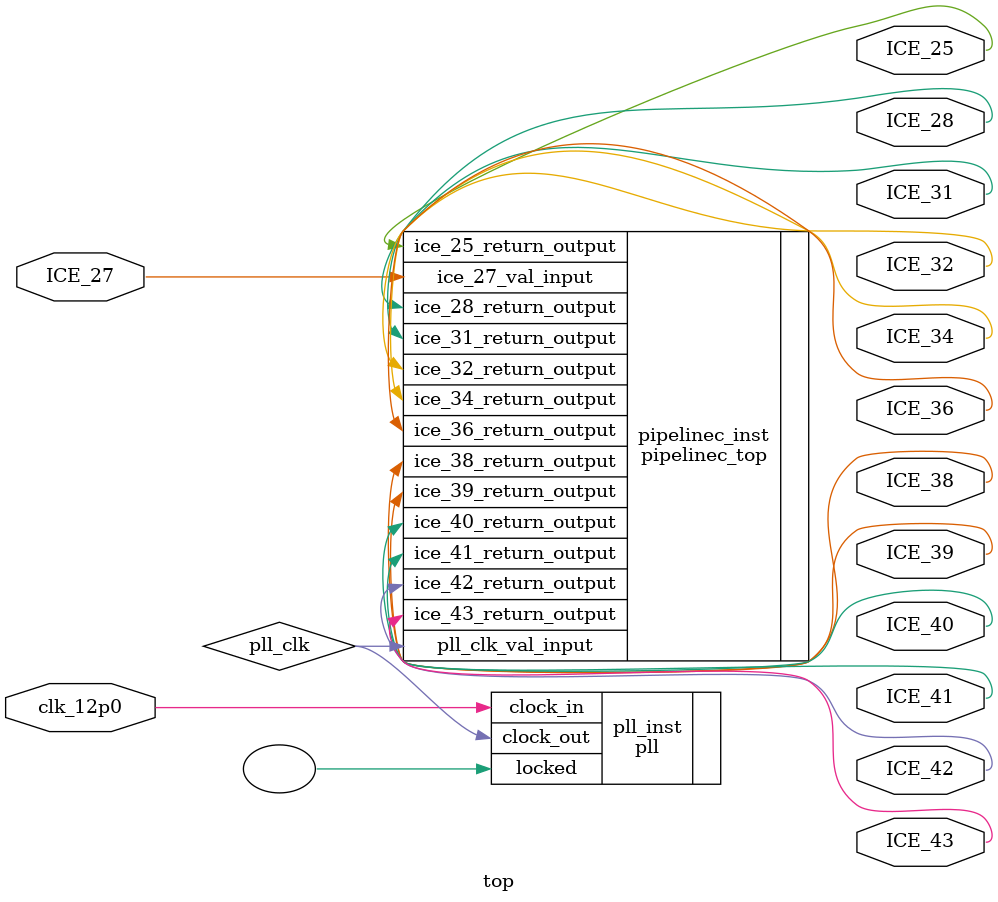
<source format=sv>
module top(
  input clk_12p0,
  // RGB LED
  output ICE_39,
  output ICE_40,
  output ICE_41,
  // UART
  output ICE_25,
  input ICE_27,
  // PMOD1 ports for LED demo
  output ICE_28,
  output ICE_43,
  output ICE_32,
  output ICE_31,
  output ICE_38,
  output ICE_36,
  output ICE_42,
  output ICE_34
);
  // PLL instance to make a clock based on 12MHz input
  wire pll_clk;
  pll pll_inst(
    .clock_in(clk_12p0),
    .clock_out(pll_clk),
    .locked()
	);

  // PipelineC output HDL instance
  pipelinec_top pipelinec_inst(
    .pll_clk_val_input(pll_clk),
    // RGB LED
    .ice_39_return_output(ICE_39),
    .ice_40_return_output(ICE_40),
    .ice_41_return_output(ICE_41),
    // UART
    .ice_25_return_output(ICE_25),
    .ice_27_val_input(ICE_27),
    // PMOD1 ports for LED demo
    .ice_28_return_output(ICE_28),
    .ice_43_return_output(ICE_43),
    .ice_32_return_output(ICE_32),
    .ice_31_return_output(ICE_31),
    .ice_38_return_output(ICE_38),
    .ice_36_return_output(ICE_36),
    .ice_42_return_output(ICE_42),
    .ice_34_return_output(ICE_34)
  );
endmodule

</source>
